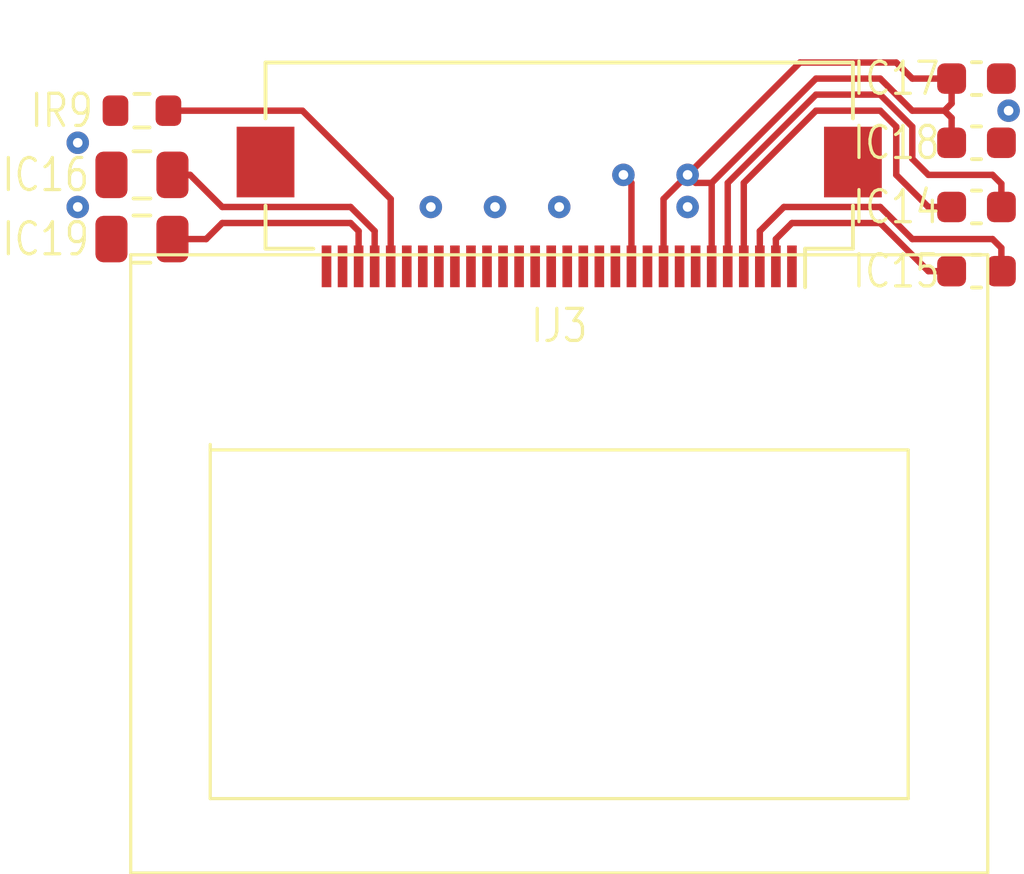
<source format=kicad_pcb>
(kicad_pcb (version 20221018) (generator pcbnew)
  (layers (0 "F.Cu" signal "Front") (31 "B.Cu" signal "Back") (34 "B.Paste" user) (35 "F.Paste" user) (36 "B.SilkS" user "B.Silkscreen") (37 "F.SilkS" user "F.Silkscreen") (38 "B.Mask" user) (39 "F.Mask" user) (44 "Edge.Cuts" user))
  (net 0 "")
  (net 1 "Ignd")
  (net 2 "Iv3v3")
  (net 3 "Ii2c_pull.i2c.scl")
  (net 4 "Ii2c_pull.i2c.sda")
  (net 5 "Ioled.iref_res.a")
  (net 6 "Ioled.reset")
  (net 7 "Ioled.c2_cap.pos")
  (net 8 "Ioled.c2_cap.neg")
  (net 9 "Ioled.c1_cap.pos")
  (net 10 "Ioled.c1_cap.neg")
  (net 11 "Ioled.device.vcomh")
  (net 12 "Ioled.device.vcc")
  (footprint "Capacitor_SMD:C_0603_1608Metric" (layer "F.Cu") (at 183 108)
    (fp_text reference "IC18" (at -2.5 0) (layer "F.SilkS") (effects (font (size 1 0.8) (thickness 0.1))))
    (fp_text value "")
    (fp_line (start -0.14058 -0.51) (end 0.14058 -0.51) (stroke (width 0.12)) (layer "F.SilkS"))
    (fp_line (start -0.14058 0.51) (end 0.14058 0.51) (stroke (width 0.12)) (layer "F.SilkS"))
    (pad "1" smd roundrect (at -0.775 0) (size 0.9 0.95) (layers "F.Cu" "F.Paste" "F.Mask") (net 2 "Iv3v3"))
    (pad "2" smd roundrect (at 0.775 0) (size 0.9 0.95) (layers "F.Cu" "F.Paste" "F.Mask") (net 1 "Ignd"))
  )
  (footprint "Connector_FFC-FPC:Hirose_FH12-30S-0.5SH_1x30-1MP_P0.50mm_Horizontal" (layer "F.Cu") (at 170 110 180)
    (fp_text reference "IJ3" (at 0 -3.7) (layer "F.SilkS") (effects (font (size 1 0.8) (thickness 0.1))))
    (fp_text value "AFC01-S30FCA-00 (Jushuo)")
    (fp_line (start -9.15 -1.3) (end -9.15 0.04) (stroke (width 0.12)) (layer "F.SilkS"))
    (fp_line (start -9.15 2.76) (end -9.15 4.5) (stroke (width 0.12)) (layer "F.SilkS"))
    (fp_line (start -9.15 4.5) (end 9.15 4.5) (stroke (width 0.12)) (layer "F.SilkS"))
    (fp_line (start -7.66 -1.3) (end -9.15 -1.3) (stroke (width 0.12)) (layer "F.SilkS"))
    (fp_line (start -7.66 -1.3) (end -7.66 -2.5) (stroke (width 0.12)) (layer "F.SilkS"))
    (fp_line (start 7.66 -1.3) (end 9.15 -1.3) (stroke (width 0.12)) (layer "F.SilkS"))
    (fp_line (start 9.15 -1.3) (end 9.15 0.04) (stroke (width 0.12)) (layer "F.SilkS"))
    (fp_line (start 9.15 4.5) (end 9.15 2.76) (stroke (width 0.12)) (layer "F.SilkS"))
    (pad "1" smd rect (at -7.25 -1.85 180) (size 0.3 1.3) (layers "F.Cu" "F.Paste" "F.Mask") (net 1 "Ignd"))
    (pad "2" smd rect (at -6.75 -1.85 180) (size 0.3 1.3) (layers "F.Cu" "F.Paste" "F.Mask") (net 7 "Ioled.c2_cap.pos"))
    (pad "3" smd rect (at -6.25 -1.85 180) (size 0.3 1.3) (layers "F.Cu" "F.Paste" "F.Mask") (net 8 "Ioled.c2_cap.neg"))
    (pad "4" smd rect (at -5.75 -1.85 180) (size 0.3 1.3) (layers "F.Cu" "F.Paste" "F.Mask") (net 9 "Ioled.c1_cap.pos"))
    (pad "5" smd rect (at -5.25 -1.85 180) (size 0.3 1.3) (layers "F.Cu" "F.Paste" "F.Mask") (net 10 "Ioled.c1_cap.neg"))
    (pad "6" smd rect (at -4.75 -1.85 180) (size 0.3 1.3) (layers "F.Cu" "F.Paste" "F.Mask") (net 2 "Iv3v3"))
    (pad "7" smd rect (at -4.25 -1.85 180) (size 0.3 1.3) (layers "F.Cu" "F.Paste" "F.Mask"))
    (pad "8" smd rect (at -3.75 -1.85 180) (size 0.3 1.3) (layers "F.Cu" "F.Paste" "F.Mask") (net 1 "Ignd"))
    (pad "9" smd rect (at -3.25 -1.85 180) (size 0.3 1.3) (layers "F.Cu" "F.Paste" "F.Mask") (net 2 "Iv3v3"))
    (pad "10" smd rect (at -2.75 -1.85 180) (size 0.3 1.3) (layers "F.Cu" "F.Paste" "F.Mask") (net 1 "Ignd"))
    (pad "11" smd rect (at -2.25 -1.85 180) (size 0.3 1.3) (layers "F.Cu" "F.Paste" "F.Mask") (net 2 "Iv3v3"))
    (pad "12" smd rect (at -1.75 -1.85 180) (size 0.3 1.3) (layers "F.Cu" "F.Paste" "F.Mask") (net 1 "Ignd"))
    (pad "13" smd rect (at -1.25 -1.85 180) (size 0.3 1.3) (layers "F.Cu" "F.Paste" "F.Mask") (net 1 "Ignd"))
    (pad "14" smd rect (at -0.75 -1.85 180) (size 0.3 1.3) (layers "F.Cu" "F.Paste" "F.Mask") (net 6 "Ioled.reset"))
    (pad "15" smd rect (at -0.25 -1.85 180) (size 0.3 1.3) (layers "F.Cu" "F.Paste" "F.Mask") (net 1 "Ignd"))
    (pad "16" smd rect (at 0.25 -1.85 180) (size 0.3 1.3) (layers "F.Cu" "F.Paste" "F.Mask") (net 1 "Ignd"))
    (pad "17" smd rect (at 0.75 -1.85 180) (size 0.3 1.3) (layers "F.Cu" "F.Paste" "F.Mask") (net 1 "Ignd"))
    (pad "18" smd rect (at 1.25 -1.85 180) (size 0.3 1.3) (layers "F.Cu" "F.Paste" "F.Mask") (net 3 "Ii2c_pull.i2c.scl"))
    (pad "19" smd rect (at 1.75 -1.85 180) (size 0.3 1.3) (layers "F.Cu" "F.Paste" "F.Mask") (net 4 "Ii2c_pull.i2c.sda"))
    (pad "20" smd rect (at 2.25 -1.85 180) (size 0.3 1.3) (layers "F.Cu" "F.Paste" "F.Mask") (net 4 "Ii2c_pull.i2c.sda"))
    (pad "21" smd rect (at 2.75 -1.85 180) (size 0.3 1.3) (layers "F.Cu" "F.Paste" "F.Mask") (net 1 "Ignd"))
    (pad "22" smd rect (at 3.25 -1.85 180) (size 0.3 1.3) (layers "F.Cu" "F.Paste" "F.Mask") (net 1 "Ignd"))
    (pad "23" smd rect (at 3.75 -1.85 180) (size 0.3 1.3) (layers "F.Cu" "F.Paste" "F.Mask") (net 1 "Ignd"))
    (pad "24" smd rect (at 4.25 -1.85 180) (size 0.3 1.3) (layers "F.Cu" "F.Paste" "F.Mask") (net 1 "Ignd"))
    (pad "25" smd rect (at 4.75 -1.85 180) (size 0.3 1.3) (layers "F.Cu" "F.Paste" "F.Mask") (net 1 "Ignd"))
    (pad "26" smd rect (at 5.25 -1.85 180) (size 0.3 1.3) (layers "F.Cu" "F.Paste" "F.Mask") (net 5 "Ioled.iref_res.a"))
    (pad "27" smd rect (at 5.75 -1.85 180) (size 0.3 1.3) (layers "F.Cu" "F.Paste" "F.Mask") (net 11 "Ioled.device.vcomh"))
    (pad "28" smd rect (at 6.25 -1.85 180) (size 0.3 1.3) (layers "F.Cu" "F.Paste" "F.Mask") (net 12 "Ioled.device.vcc"))
    (pad "29" smd rect (at 6.75 -1.85 180) (size 0.3 1.3) (layers "F.Cu" "F.Paste" "F.Mask") (net 1 "Ignd"))
    (pad "30" smd rect (at 7.25 -1.85 180) (size 0.3 1.3) (layers "F.Cu" "F.Paste" "F.Mask") (net 1 "Ignd"))
    (pad "MP" smd rect (at -9.15 1.4 180) (size 1.8 2.2) (layers "F.Cu" "F.Paste" "F.Mask"))
    (pad "MP" smd rect (at 9.15 1.4 180) (size 1.8 2.2) (layers "F.Cu" "F.Paste" "F.Mask"))
  )
  (footprint "edg:Lcd_Er_Oled0.96_1.1_Outline" (layer "F.Cu") (at 170 123 180)
    (fp_text reference "IU7" hide)
    (fp_text value "ER-OLED-0.96-1.1 (EastRising)")
    (fp_line (start -13.35 -7.75) (end -13.35 11.51) (stroke (width 0.1)) (layer "F.SilkS"))
    (fp_line (start -13.35 11.51) (end 13.35 11.51) (stroke (width 0.1)) (layer "F.SilkS"))
    (fp_line (start -10.872 -5.432) (end 10.872 -5.432) (stroke (width 0.1)) (layer "F.SilkS"))
    (fp_line (start -10.872 5.432) (end -10.872 -5.432) (stroke (width 0.1)) (layer "F.SilkS"))
    (fp_line (start 10.872 -5.432) (end 10.872 5.602) (stroke (width 0.1)) (layer "F.SilkS"))
    (fp_line (start 10.872 5.432) (end -10.872 5.432) (stroke (width 0.1)) (layer "F.SilkS"))
    (fp_line (start 13.35 -7.75) (end -13.35 -7.75) (stroke (width 0.1)) (layer "F.SilkS"))
    (fp_line (start 13.35 11.51) (end 13.35 -7.75) (stroke (width 0.1)) (layer "F.SilkS"))
  )
  (footprint "Capacitor_SMD:C_0603_1608Metric" (layer "F.Cu") (at 183 112)
    (fp_text reference "IC15" (at -2.5 0) (layer "F.SilkS") (effects (font (size 1 0.8) (thickness 0.1))))
    (fp_text value "")
    (fp_line (start -0.14058 -0.51) (end 0.14058 -0.51) (stroke (width 0.12)) (layer "F.SilkS"))
    (fp_line (start -0.14058 0.51) (end 0.14058 0.51) (stroke (width 0.12)) (layer "F.SilkS"))
    (pad "1" smd roundrect (at -0.775 0) (size 0.9 0.95) (layers "F.Cu" "F.Paste" "F.Mask") (net 7 "Ioled.c2_cap.pos"))
    (pad "2" smd roundrect (at 0.775 0) (size 0.9 0.95) (layers "F.Cu" "F.Paste" "F.Mask") (net 8 "Ioled.c2_cap.neg"))
  )
  (footprint "Capacitor_SMD:C_0603_1608Metric" (layer "F.Cu") (at 183 106)
    (fp_text reference "IC17" (at -2.5 0) (layer "F.SilkS") (effects (font (size 1 0.8) (thickness 0.1))))
    (fp_text value "")
    (fp_line (start -0.14058 -0.51) (end 0.14058 -0.51) (stroke (width 0.12)) (layer "F.SilkS"))
    (fp_line (start -0.14058 0.51) (end 0.14058 0.51) (stroke (width 0.12)) (layer "F.SilkS"))
    (pad "1" smd roundrect (at -0.775 0) (size 0.9 0.95) (layers "F.Cu" "F.Paste" "F.Mask") (net 2 "Iv3v3"))
    (pad "2" smd roundrect (at 0.775 0) (size 0.9 0.95) (layers "F.Cu" "F.Paste" "F.Mask") (net 1 "Ignd"))
  )
  (footprint "Capacitor_SMD:C_0603_1608Metric" (layer "F.Cu") (at 183 110)
    (fp_text reference "IC14" (at -2.5 0) (layer "F.SilkS") (effects (font (size 1 0.8) (thickness 0.1))))
    (fp_text value "")
    (fp_line (start -0.14058 -0.51) (end 0.14058 -0.51) (stroke (width 0.12)) (layer "F.SilkS"))
    (fp_line (start -0.14058 0.51) (end 0.14058 0.51) (stroke (width 0.12)) (layer "F.SilkS"))
    (pad "1" smd roundrect (at -0.775 0) (size 0.9 0.95) (layers "F.Cu" "F.Paste" "F.Mask") (net 9 "Ioled.c1_cap.pos"))
    (pad "2" smd roundrect (at 0.775 0) (size 0.9 0.95) (layers "F.Cu" "F.Paste" "F.Mask") (net 10 "Ioled.c1_cap.neg"))
  )
  (footprint "Capacitor_SMD:C_0805_2012Metric" (layer "F.Cu") (at 157 111 180)
    (fp_text reference "IC19" (at 3 0) (layer "F.SilkS") (effects (font (size 1 0.8) (thickness 0.1))))
    (fp_text value "")
    (fp_line (start -0.261252 -0.735) (end 0.261252 -0.735) (stroke (width 0.12)) (layer "F.SilkS"))
    (fp_line (start -0.261252 0.735) (end 0.261252 0.735) (stroke (width 0.12)) (layer "F.SilkS"))
    (pad "1" smd roundrect (at -0.95 0 180) (size 1 1.45) (layers "F.Cu" "F.Paste" "F.Mask") (net 12 "Ioled.device.vcc"))
    (pad "2" smd roundrect (at 0.95 0 180) (size 1 1.45) (layers "F.Cu" "F.Paste" "F.Mask") (net 1 "Ignd"))
  )
  (footprint "Capacitor_SMD:C_0805_2012Metric" (layer "F.Cu") (at 157 109 180)
    (fp_text reference "IC16" (at 3 0) (layer "F.SilkS") (effects (font (size 1 0.8) (thickness 0.1))))
    (fp_text value "")
    (fp_line (start -0.261252 -0.735) (end 0.261252 -0.735) (stroke (width 0.12)) (layer "F.SilkS"))
    (fp_line (start -0.261252 0.735) (end 0.261252 0.735) (stroke (width 0.12)) (layer "F.SilkS"))
    (pad "1" smd roundrect (at -0.95 0 180) (size 1 1.45) (layers "F.Cu" "F.Paste" "F.Mask") (net 11 "Ioled.device.vcomh"))
    (pad "2" smd roundrect (at 0.95 0 180) (size 1 1.45) (layers "F.Cu" "F.Paste" "F.Mask") (net 1 "Ignd"))
  )
  (footprint "Resistor_SMD:R_0603_1608Metric" (layer "F.Cu") (at 157 107 180)
    (fp_text reference "IR9" (at 2.5 0) (layer "F.SilkS") (effects (font (size 1 0.8) (thickness 0.1))))
    (fp_text value "")
    (fp_line (start -0.237258 -0.5225) (end 0.237258 -0.5225) (stroke (width 0.12)) (layer "F.SilkS"))
    (fp_line (start -0.237258 0.5225) (end 0.237258 0.5225) (stroke (width 0.12)) (layer "F.SilkS"))
    (pad "1" smd roundrect (at -0.825 0 180) (size 0.8 0.95) (layers "F.Cu" "F.Paste" "F.Mask") (net 5 "Ioled.iref_res.a"))
    (pad "2" smd roundrect (at 0.825 0 180) (size 0.8 0.95) (layers "F.Cu" "F.Paste" "F.Mask") (net 1 "Ignd"))
  )
  (via (at 170 110) (size 0.7) (drill 0.3) (layers "F.Cu" "B.Cu") (net 1))
  (via (at 168 110) (size 0.7) (drill 0.3) (layers "F.Cu" "B.Cu") (net 1))
  (via (at 155 108) (size 0.7) (drill 0.3) (layers "F.Cu" "B.Cu") (net 1))
  (via (at 166 110) (size 0.7) (drill 0.3) (layers "F.Cu" "B.Cu") (net 1))
  (via (at 155 110) (size 0.7) (drill 0.3) (layers "F.Cu" "B.Cu") (net 1))
  (via (at 184 107) (size 0.7) (drill 0.3) (layers "F.Cu" "B.Cu") (net 1))
  (via (at 174 110) (size 0.7) (drill 0.3) (layers "F.Cu" "B.Cu") (net 1))
  (segment (start 173.25 111.85) (end 173.25 109.75) (width 0.2) (layer "F.Cu") (net 2))
  (segment (start 178 106) (end 174.75 109.25) (width 0.2) (layer "F.Cu") (net 2))
  (segment (start 177.5 105.5) (end 180.5 105.5) (width 0.2) (layer "F.Cu") (net 2))
  (segment (start 172.25 111.85) (end 172.25 109.25) (width 0.2) (layer "F.Cu") (net 2))
  (segment (start 174.75 109.25) (end 174.75 111.85) (width 0.2) (layer "F.Cu") (net 2))
  (segment (start 181 106) (end 182.225 106) (width 0.2) (layer "F.Cu") (net 2))
  (segment (start 174 109) (end 174.25 109.25) (width 0.2) (layer "F.Cu") (net 2))
  (segment (start 182 107) (end 181 107) (width 0.2) (layer "F.Cu") (net 2))
  (segment (start 182.225 106.775) (end 182 107) (width 0.2) (layer "F.Cu") (net 2))
  (segment (start 174.25 109.25) (end 174.75 109.25) (width 0.2) (layer "F.Cu") (net 2))
  (segment (start 180 106) (end 178 106) (width 0.2) (layer "F.Cu") (net 2))
  (segment (start 173.25 109.75) (end 177.5 105.5) (width 0.2) (layer "F.Cu") (net 2))
  (segment (start 180.5 105.5) (end 181 106) (width 0.2) (layer "F.Cu") (net 2))
  (segment (start 182.225 106) (end 182.225 106.775) (width 0.2) (layer "F.Cu") (net 2))
  (segment (start 182.225 108) (end 182.225 107.225) (width 0.2) (layer "F.Cu") (net 2))
  (segment (start 172.25 109.25) (end 172 109) (width 0.2) (layer "F.Cu") (net 2))
  (segment (start 182.225 107.225) (end 182 107) (width 0.2) (layer "F.Cu") (net 2))
  (segment (start 181 107) (end 180 106) (width 0.2) (layer "F.Cu") (net 2))
  (via (at 172 109) (size 0.7) (drill 0.3) (layers "F.Cu" "B.Cu") (net 2))
  (via (at 174 109) (size 0.7) (drill 0.3) (layers "F.Cu" "B.Cu") (net 2))
  (segment (start 164.75 109.75) (end 162 107) (width 0.2) (layer "F.Cu") (net 5))
  (segment (start 162 107) (end 157.825 107) (width 0.2) (layer "F.Cu") (net 5))
  (segment (start 164.75 111.85) (end 164.75 109.75) (width 0.2) (layer "F.Cu") (net 5))
  (segment (start 176.75 111) (end 177.25 110.5) (width 0.2) (layer "F.Cu") (net 7))
  (segment (start 181.5 112) (end 182.225 112) (width 0.2) (layer "F.Cu") (net 7))
  (segment (start 180 110.5) (end 181.5 112) (width 0.2) (layer "F.Cu") (net 7))
  (segment (start 177.25 110.5) (end 180 110.5) (width 0.2) (layer "F.Cu") (net 7))
  (segment (start 176.75 111.85) (end 176.75 111) (width 0.2) (layer "F.Cu") (net 7))
  (segment (start 180 110) (end 177 110) (width 0.2) (layer "F.Cu") (net 8))
  (segment (start 183.5 111) (end 181 111) (width 0.2) (layer "F.Cu") (net 8))
  (segment (start 183.775 112) (end 183.775 111.275) (width 0.2) (layer "F.Cu") (net 8))
  (segment (start 177 110) (end 176.25 110.75) (width 0.2) (layer "F.Cu") (net 8))
  (segment (start 181 111) (end 180 110) (width 0.2) (layer "F.Cu") (net 8))
  (segment (start 176.25 110.75) (end 176.25 111.85) (width 0.2) (layer "F.Cu") (net 8))
  (segment (start 183.775 111.275) (end 183.5 111) (width 0.2) (layer "F.Cu") (net 8))
  (segment (start 175.75 111.85) (end 175.75 109.25) (width 0.2) (layer "F.Cu") (net 9))
  (segment (start 178 107) (end 180 107) (width 0.2) (layer "F.Cu") (net 9))
  (segment (start 180.5 107.5) (end 180.5 109) (width 0.2) (layer "F.Cu") (net 9))
  (segment (start 175.75 109.25) (end 178 107) (width 0.2) (layer "F.Cu") (net 9))
  (segment (start 180 107) (end 180.5 107.5) (width 0.2) (layer "F.Cu") (net 9))
  (segment (start 181.5 110) (end 182.225 110) (width 0.2) (layer "F.Cu") (net 9))
  (segment (start 180.5 109) (end 181.5 110) (width 0.2) (layer "F.Cu") (net 9))
  (segment (start 175.25 109.25) (end 175.25 111.85) (width 0.2) (layer "F.Cu") (net 10))
  (segment (start 183.775 110) (end 183.775 109.275) (width 0.2) (layer "F.Cu") (net 10))
  (segment (start 181 108.5) (end 181 107.5) (width 0.2) (layer "F.Cu") (net 10))
  (segment (start 181 107.5) (end 180 106.5) (width 0.2) (layer "F.Cu") (net 10))
  (segment (start 183.775 109.275) (end 183.5 109) (width 0.2) (layer "F.Cu") (net 10))
  (segment (start 181.5 109) (end 181 108.5) (width 0.2) (layer "F.Cu") (net 10))
  (segment (start 180 106.5) (end 178 106.5) (width 0.2) (layer "F.Cu") (net 10))
  (segment (start 183.5 109) (end 181.5 109) (width 0.2) (layer "F.Cu") (net 10))
  (segment (start 178 106.5) (end 175.25 109.25) (width 0.2) (layer "F.Cu") (net 10))
  (segment (start 163.5 110) (end 159.5 110) (width 0.2) (layer "F.Cu") (net 11))
  (segment (start 164.25 110.75) (end 163.5 110) (width 0.2) (layer "F.Cu") (net 11))
  (segment (start 164.25 111.85) (end 164.25 110.75) (width 0.2) (layer "F.Cu") (net 11))
  (segment (start 159.5 110) (end 158.5 109) (width 0.2) (layer "F.Cu") (net 11))
  (segment (start 158.5 109) (end 157.95 109) (width 0.2) (layer "F.Cu") (net 11))
  (segment (start 163.75 111.85) (end 163.75 110.75) (width 0.2) (layer "F.Cu") (net 12))
  (segment (start 163.75 110.75) (end 163.5 110.5) (width 0.2) (layer "F.Cu") (net 12))
  (segment (start 163.5 110.5) (end 159.5 110.5) (width 0.2) (layer "F.Cu") (net 12))
  (segment (start 159 111) (end 157.95 111) (width 0.2) (layer "F.Cu") (net 12))
  (segment (start 159.5 110.5) (end 159 111) (width 0.2) (layer "F.Cu") (net 12))
)
</source>
